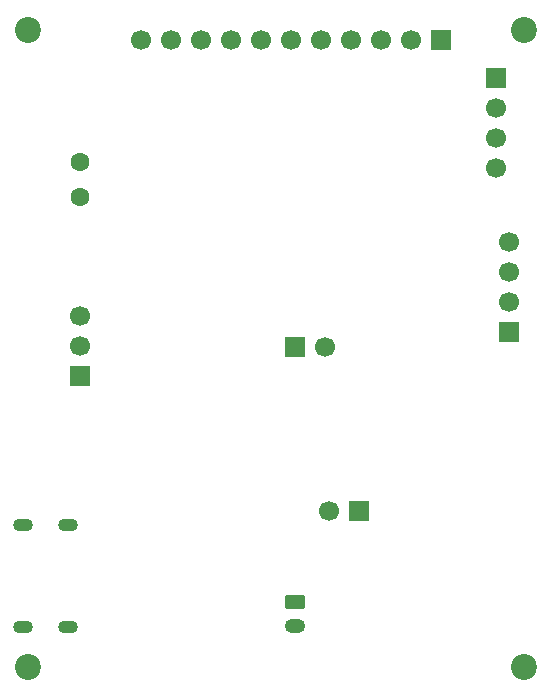
<source format=gbs>
%TF.GenerationSoftware,KiCad,Pcbnew,9.0.4-9.0.4-0~ubuntu22.04.1*%
%TF.CreationDate,2025-09-21T14:17:20+01:00*%
%TF.ProjectId,pcb,7063622e-6b69-4636-9164-5f7063625858,rev?*%
%TF.SameCoordinates,Original*%
%TF.FileFunction,Soldermask,Bot*%
%TF.FilePolarity,Negative*%
%FSLAX46Y46*%
G04 Gerber Fmt 4.6, Leading zero omitted, Abs format (unit mm)*
G04 Created by KiCad (PCBNEW 9.0.4-9.0.4-0~ubuntu22.04.1) date 2025-09-21 14:17:20*
%MOMM*%
%LPD*%
G01*
G04 APERTURE LIST*
G04 Aperture macros list*
%AMRoundRect*
0 Rectangle with rounded corners*
0 $1 Rounding radius*
0 $2 $3 $4 $5 $6 $7 $8 $9 X,Y pos of 4 corners*
0 Add a 4 corners polygon primitive as box body*
4,1,4,$2,$3,$4,$5,$6,$7,$8,$9,$2,$3,0*
0 Add four circle primitives for the rounded corners*
1,1,$1+$1,$2,$3*
1,1,$1+$1,$4,$5*
1,1,$1+$1,$6,$7*
1,1,$1+$1,$8,$9*
0 Add four rect primitives between the rounded corners*
20,1,$1+$1,$2,$3,$4,$5,0*
20,1,$1+$1,$4,$5,$6,$7,0*
20,1,$1+$1,$6,$7,$8,$9,0*
20,1,$1+$1,$8,$9,$2,$3,0*%
G04 Aperture macros list end*
%ADD10R,1.700000X1.700000*%
%ADD11C,1.700000*%
%ADD12C,2.200000*%
%ADD13C,1.600000*%
%ADD14RoundRect,0.250000X-0.625000X0.350000X-0.625000X-0.350000X0.625000X-0.350000X0.625000X0.350000X0*%
%ADD15O,1.750000X1.200000*%
%ADD16O,1.700000X1.100000*%
G04 APERTURE END LIST*
D10*
%TO.C,J6*%
X89600000Y-69400000D03*
D11*
X92140000Y-69400000D03*
%TD*%
D12*
%TO.C,2.2mm*%
X67000000Y-42500000D03*
%TD*%
D10*
%TO.C,J4*%
X107700000Y-68100000D03*
D11*
X107700000Y-65560000D03*
X107700000Y-63020000D03*
X107700000Y-60480000D03*
%TD*%
D10*
%TO.C,J5*%
X71400000Y-71840000D03*
D11*
X71400000Y-69300000D03*
X71400000Y-66760000D03*
%TD*%
D12*
%TO.C,REF\u002A\u002A*%
X67000000Y-96500000D03*
%TD*%
D10*
%TO.C,J2*%
X102000000Y-43400000D03*
D11*
X99460000Y-43400000D03*
X96920000Y-43400000D03*
X94380000Y-43400000D03*
X91840000Y-43400000D03*
X89300000Y-43400000D03*
X86760000Y-43400000D03*
X84220000Y-43400000D03*
X81680000Y-43400000D03*
X79140000Y-43400000D03*
X76600000Y-43400000D03*
%TD*%
D13*
%TO.C,R6*%
X71400000Y-56700000D03*
X71400000Y-53700000D03*
%TD*%
D10*
%TO.C,SW1*%
X95057500Y-83217500D03*
D11*
X92517500Y-83217500D03*
%TD*%
D14*
%TO.C,BT1*%
X89650000Y-91000000D03*
D15*
X89650000Y-93000000D03*
%TD*%
D16*
%TO.C,J1*%
X70400000Y-84460000D03*
X66600000Y-84460000D03*
X70400000Y-93100000D03*
X66600000Y-93100000D03*
%TD*%
D10*
%TO.C,DBG*%
X106600000Y-46560000D03*
D11*
X106600000Y-49100000D03*
X106600000Y-51640000D03*
X106600000Y-54180000D03*
%TD*%
D12*
%TO.C,REF\u002A\u002A*%
X109000000Y-42500000D03*
%TD*%
%TO.C,REF\u002A\u002A*%
X109000000Y-96500000D03*
%TD*%
M02*

</source>
